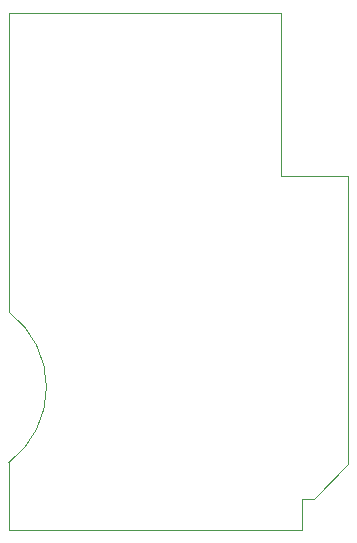
<source format=gm1>
G04 #@! TF.GenerationSoftware,KiCad,Pcbnew,5.1.6*
G04 #@! TF.CreationDate,2020-09-08T19:35:49+02:00*
G04 #@! TF.ProjectId,a500_pwr,61353030-5f70-4777-922e-6b696361645f,rev?*
G04 #@! TF.SameCoordinates,Original*
G04 #@! TF.FileFunction,Profile,NP*
%FSLAX46Y46*%
G04 Gerber Fmt 4.6, Leading zero omitted, Abs format (unit mm)*
G04 Created by KiCad (PCBNEW 5.1.6) date 2020-09-08 19:35:49*
%MOMM*%
%LPD*%
G01*
G04 APERTURE LIST*
G04 #@! TA.AperFunction,Profile*
%ADD10C,0.050000*%
G04 #@! TD*
G04 APERTURE END LIST*
D10*
X80365600Y-149758400D02*
X81381600Y-149758400D01*
X80365600Y-152400000D02*
X80365600Y-149758400D01*
X84328000Y-146812000D02*
X81381600Y-149758400D01*
X84328000Y-122428000D02*
X84328000Y-146812000D01*
X78613000Y-122428000D02*
X84328000Y-122428000D01*
X78613000Y-122428000D02*
X78613000Y-108610400D01*
X55575200Y-108610400D02*
X78613000Y-108610400D01*
X55575200Y-122428000D02*
X55575200Y-108610400D01*
X55578903Y-133962375D02*
X55575200Y-122428000D01*
X55578903Y-133962375D02*
G75*
G02*
X55575200Y-146710400I-4778903J-6372625D01*
G01*
X55575200Y-152400000D02*
X55575200Y-146710400D01*
X55575200Y-152400000D02*
X80365600Y-152400000D01*
M02*

</source>
